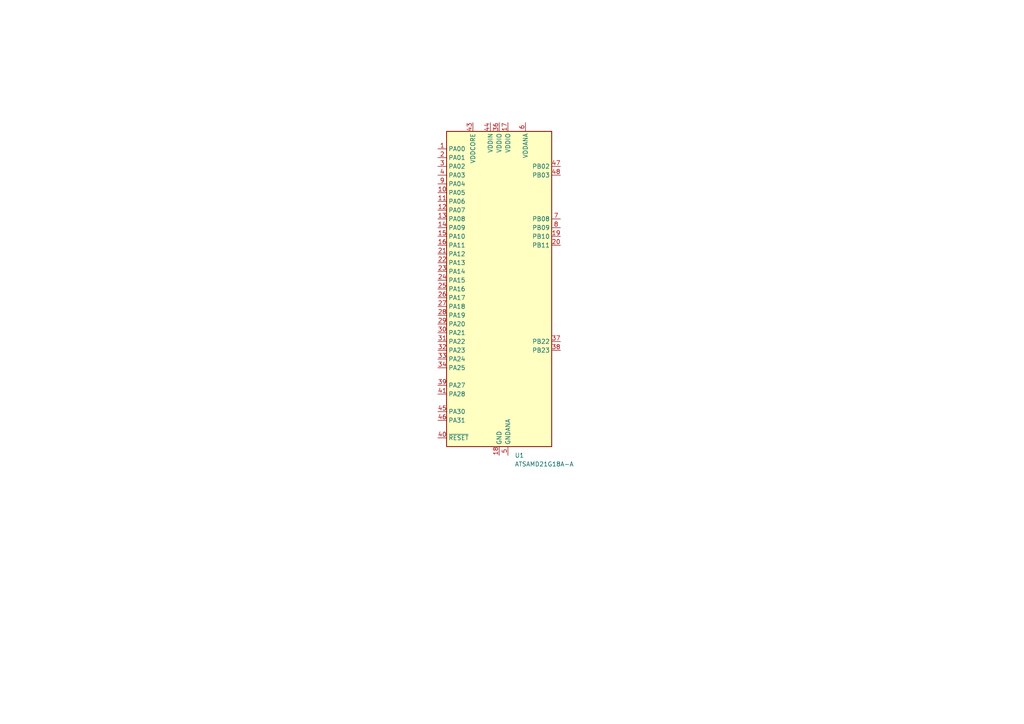
<source format=kicad_sch>
(kicad_sch (version 20230121) (generator eeschema)

  (uuid ef110d8b-8fcf-4e68-8407-a270a2f7664a)

  (paper "A4")

  (lib_symbols
    (symbol "MCU_Microchip_SAMD:ATSAMD21G18A-A" (in_bom yes) (on_board yes)
      (property "Reference" "U" (at -13.97 46.99 0)
        (effects (font (size 1.27 1.27)))
      )
      (property "Value" "ATSAMD21G18A-A" (at 16.51 46.99 0)
        (effects (font (size 1.27 1.27)))
      )
      (property "Footprint" "Package_QFP:TQFP-48_7x7mm_P0.5mm" (at 22.86 -46.99 0)
        (effects (font (size 1.27 1.27)) hide)
      )
      (property "Datasheet" "http://ww1.microchip.com/downloads/en/DeviceDoc/SAM_D21_DA1_Family_Data%20Sheet_DS40001882E.pdf" (at 0 25.4 0)
        (effects (font (size 1.27 1.27)) hide)
      )
      (property "ki_keywords" "32-bit ARM Cortex-M0+ MCU Microcontroller" (at 0 0 0)
        (effects (font (size 1.27 1.27)) hide)
      )
      (property "ki_description" "SAM D21 Microchip SMART ARM-based Flash MCU, 48Mhz, 256K Flash, 32K SRAM, TQFP-48" (at 0 0 0)
        (effects (font (size 1.27 1.27)) hide)
      )
      (property "ki_fp_filters" "TQFP*7x7mm*P0.5mm*" (at 0 0 0)
        (effects (font (size 1.27 1.27)) hide)
      )
      (symbol "ATSAMD21G18A-A_0_1"
        (rectangle (start -15.24 45.72) (end 15.24 -45.72)
          (stroke (width 0.254) (type default))
          (fill (type background))
        )
      )
      (symbol "ATSAMD21G18A-A_1_1"
        (pin bidirectional line (at -17.78 40.64 0) (length 2.54)
          (name "PA00" (effects (font (size 1.27 1.27))))
          (number "1" (effects (font (size 1.27 1.27))))
        )
        (pin bidirectional line (at -17.78 27.94 0) (length 2.54)
          (name "PA05" (effects (font (size 1.27 1.27))))
          (number "10" (effects (font (size 1.27 1.27))))
        )
        (pin bidirectional line (at -17.78 25.4 0) (length 2.54)
          (name "PA06" (effects (font (size 1.27 1.27))))
          (number "11" (effects (font (size 1.27 1.27))))
        )
        (pin bidirectional line (at -17.78 22.86 0) (length 2.54)
          (name "PA07" (effects (font (size 1.27 1.27))))
          (number "12" (effects (font (size 1.27 1.27))))
        )
        (pin bidirectional line (at -17.78 20.32 0) (length 2.54)
          (name "PA08" (effects (font (size 1.27 1.27))))
          (number "13" (effects (font (size 1.27 1.27))))
        )
        (pin bidirectional line (at -17.78 17.78 0) (length 2.54)
          (name "PA09" (effects (font (size 1.27 1.27))))
          (number "14" (effects (font (size 1.27 1.27))))
        )
        (pin bidirectional line (at -17.78 15.24 0) (length 2.54)
          (name "PA10" (effects (font (size 1.27 1.27))))
          (number "15" (effects (font (size 1.27 1.27))))
        )
        (pin bidirectional line (at -17.78 12.7 0) (length 2.54)
          (name "PA11" (effects (font (size 1.27 1.27))))
          (number "16" (effects (font (size 1.27 1.27))))
        )
        (pin power_in line (at 2.54 48.26 270) (length 2.54)
          (name "VDDIO" (effects (font (size 1.27 1.27))))
          (number "17" (effects (font (size 1.27 1.27))))
        )
        (pin power_in line (at 0 -48.26 90) (length 2.54)
          (name "GND" (effects (font (size 1.27 1.27))))
          (number "18" (effects (font (size 1.27 1.27))))
        )
        (pin bidirectional line (at 17.78 15.24 180) (length 2.54)
          (name "PB10" (effects (font (size 1.27 1.27))))
          (number "19" (effects (font (size 1.27 1.27))))
        )
        (pin bidirectional line (at -17.78 38.1 0) (length 2.54)
          (name "PA01" (effects (font (size 1.27 1.27))))
          (number "2" (effects (font (size 1.27 1.27))))
        )
        (pin bidirectional line (at 17.78 12.7 180) (length 2.54)
          (name "PB11" (effects (font (size 1.27 1.27))))
          (number "20" (effects (font (size 1.27 1.27))))
        )
        (pin bidirectional line (at -17.78 10.16 0) (length 2.54)
          (name "PA12" (effects (font (size 1.27 1.27))))
          (number "21" (effects (font (size 1.27 1.27))))
        )
        (pin bidirectional line (at -17.78 7.62 0) (length 2.54)
          (name "PA13" (effects (font (size 1.27 1.27))))
          (number "22" (effects (font (size 1.27 1.27))))
        )
        (pin bidirectional line (at -17.78 5.08 0) (length 2.54)
          (name "PA14" (effects (font (size 1.27 1.27))))
          (number "23" (effects (font (size 1.27 1.27))))
        )
        (pin bidirectional line (at -17.78 2.54 0) (length 2.54)
          (name "PA15" (effects (font (size 1.27 1.27))))
          (number "24" (effects (font (size 1.27 1.27))))
        )
        (pin bidirectional line (at -17.78 0 0) (length 2.54)
          (name "PA16" (effects (font (size 1.27 1.27))))
          (number "25" (effects (font (size 1.27 1.27))))
        )
        (pin bidirectional line (at -17.78 -2.54 0) (length 2.54)
          (name "PA17" (effects (font (size 1.27 1.27))))
          (number "26" (effects (font (size 1.27 1.27))))
        )
        (pin bidirectional line (at -17.78 -5.08 0) (length 2.54)
          (name "PA18" (effects (font (size 1.27 1.27))))
          (number "27" (effects (font (size 1.27 1.27))))
        )
        (pin bidirectional line (at -17.78 -7.62 0) (length 2.54)
          (name "PA19" (effects (font (size 1.27 1.27))))
          (number "28" (effects (font (size 1.27 1.27))))
        )
        (pin bidirectional line (at -17.78 -10.16 0) (length 2.54)
          (name "PA20" (effects (font (size 1.27 1.27))))
          (number "29" (effects (font (size 1.27 1.27))))
        )
        (pin bidirectional line (at -17.78 35.56 0) (length 2.54)
          (name "PA02" (effects (font (size 1.27 1.27))))
          (number "3" (effects (font (size 1.27 1.27))))
        )
        (pin bidirectional line (at -17.78 -12.7 0) (length 2.54)
          (name "PA21" (effects (font (size 1.27 1.27))))
          (number "30" (effects (font (size 1.27 1.27))))
        )
        (pin bidirectional line (at -17.78 -15.24 0) (length 2.54)
          (name "PA22" (effects (font (size 1.27 1.27))))
          (number "31" (effects (font (size 1.27 1.27))))
        )
        (pin bidirectional line (at -17.78 -17.78 0) (length 2.54)
          (name "PA23" (effects (font (size 1.27 1.27))))
          (number "32" (effects (font (size 1.27 1.27))))
        )
        (pin bidirectional line (at -17.78 -20.32 0) (length 2.54)
          (name "PA24" (effects (font (size 1.27 1.27))))
          (number "33" (effects (font (size 1.27 1.27))))
        )
        (pin bidirectional line (at -17.78 -22.86 0) (length 2.54)
          (name "PA25" (effects (font (size 1.27 1.27))))
          (number "34" (effects (font (size 1.27 1.27))))
        )
        (pin passive line (at 0 -48.26 90) (length 2.54) hide
          (name "GND" (effects (font (size 1.27 1.27))))
          (number "35" (effects (font (size 1.27 1.27))))
        )
        (pin power_in line (at 0 48.26 270) (length 2.54)
          (name "VDDIO" (effects (font (size 1.27 1.27))))
          (number "36" (effects (font (size 1.27 1.27))))
        )
        (pin bidirectional line (at 17.78 -15.24 180) (length 2.54)
          (name "PB22" (effects (font (size 1.27 1.27))))
          (number "37" (effects (font (size 1.27 1.27))))
        )
        (pin bidirectional line (at 17.78 -17.78 180) (length 2.54)
          (name "PB23" (effects (font (size 1.27 1.27))))
          (number "38" (effects (font (size 1.27 1.27))))
        )
        (pin bidirectional line (at -17.78 -27.94 0) (length 2.54)
          (name "PA27" (effects (font (size 1.27 1.27))))
          (number "39" (effects (font (size 1.27 1.27))))
        )
        (pin bidirectional line (at -17.78 33.02 0) (length 2.54)
          (name "PA03" (effects (font (size 1.27 1.27))))
          (number "4" (effects (font (size 1.27 1.27))))
        )
        (pin input line (at -17.78 -43.18 0) (length 2.54)
          (name "~{RESET}" (effects (font (size 1.27 1.27))))
          (number "40" (effects (font (size 1.27 1.27))))
        )
        (pin bidirectional line (at -17.78 -30.48 0) (length 2.54)
          (name "PA28" (effects (font (size 1.27 1.27))))
          (number "41" (effects (font (size 1.27 1.27))))
        )
        (pin passive line (at 0 -48.26 90) (length 2.54) hide
          (name "GND" (effects (font (size 1.27 1.27))))
          (number "42" (effects (font (size 1.27 1.27))))
        )
        (pin power_out line (at -7.62 48.26 270) (length 2.54)
          (name "VDDCORE" (effects (font (size 1.27 1.27))))
          (number "43" (effects (font (size 1.27 1.27))))
        )
        (pin power_in line (at -2.54 48.26 270) (length 2.54)
          (name "VDDIN" (effects (font (size 1.27 1.27))))
          (number "44" (effects (font (size 1.27 1.27))))
        )
        (pin bidirectional line (at -17.78 -35.56 0) (length 2.54)
          (name "PA30" (effects (font (size 1.27 1.27))))
          (number "45" (effects (font (size 1.27 1.27))))
        )
        (pin bidirectional line (at -17.78 -38.1 0) (length 2.54)
          (name "PA31" (effects (font (size 1.27 1.27))))
          (number "46" (effects (font (size 1.27 1.27))))
        )
        (pin bidirectional line (at 17.78 35.56 180) (length 2.54)
          (name "PB02" (effects (font (size 1.27 1.27))))
          (number "47" (effects (font (size 1.27 1.27))))
        )
        (pin bidirectional line (at 17.78 33.02 180) (length 2.54)
          (name "PB03" (effects (font (size 1.27 1.27))))
          (number "48" (effects (font (size 1.27 1.27))))
        )
        (pin power_in line (at 2.54 -48.26 90) (length 2.54)
          (name "GNDANA" (effects (font (size 1.27 1.27))))
          (number "5" (effects (font (size 1.27 1.27))))
        )
        (pin power_in line (at 7.62 48.26 270) (length 2.54)
          (name "VDDANA" (effects (font (size 1.27 1.27))))
          (number "6" (effects (font (size 1.27 1.27))))
        )
        (pin bidirectional line (at 17.78 20.32 180) (length 2.54)
          (name "PB08" (effects (font (size 1.27 1.27))))
          (number "7" (effects (font (size 1.27 1.27))))
        )
        (pin bidirectional line (at 17.78 17.78 180) (length 2.54)
          (name "PB09" (effects (font (size 1.27 1.27))))
          (number "8" (effects (font (size 1.27 1.27))))
        )
        (pin bidirectional line (at -17.78 30.48 0) (length 2.54)
          (name "PA04" (effects (font (size 1.27 1.27))))
          (number "9" (effects (font (size 1.27 1.27))))
        )
      )
    )
  )


  (symbol (lib_id "MCU_Microchip_SAMD:ATSAMD21G18A-A") (at 144.78 83.82 0) (unit 1)
    (in_bom yes) (on_board yes) (dnp no) (fields_autoplaced)
    (uuid f8a85cb0-9cef-4357-a58a-817169008160)
    (property "Reference" "U1" (at 149.2759 132.08 0)
      (effects (font (size 1.27 1.27)) (justify left))
    )
    (property "Value" "ATSAMD21G18A-A" (at 149.2759 134.62 0)
      (effects (font (size 1.27 1.27)) (justify left))
    )
    (property "Footprint" "Package_QFP:TQFP-48_7x7mm_P0.5mm" (at 167.64 130.81 0)
      (effects (font (size 1.27 1.27)) hide)
    )
    (property "Datasheet" "http://ww1.microchip.com/downloads/en/DeviceDoc/SAM_D21_DA1_Family_Data%20Sheet_DS40001882E.pdf" (at 144.78 58.42 0)
      (effects (font (size 1.27 1.27)) hide)
    )
    (pin "1" (uuid d25dc069-5ce1-439e-9ed5-6d75c23246c8))
    (pin "10" (uuid 4c04e08b-f45b-4237-a1db-c966d2ab5090))
    (pin "11" (uuid 193a6097-336e-413c-bdd5-61af2c1138f2))
    (pin "12" (uuid c1838110-2029-496a-8e7b-d570978f2c1d))
    (pin "13" (uuid ff9a8bd0-539f-4d80-ad06-9e81f7916dd2))
    (pin "14" (uuid 8d47b828-edb5-411f-8623-7d879cf1183d))
    (pin "15" (uuid c838bc0a-e767-4d3c-9947-df651c4512de))
    (pin "16" (uuid b52d4398-a8fa-4d9e-b11f-339589ed79cb))
    (pin "17" (uuid 7bfbdb6b-ef94-499c-8e2e-a8c7dccf66a8))
    (pin "18" (uuid 1d594159-c735-48ec-b366-9a04fcef2348))
    (pin "19" (uuid e547a756-2610-460c-90c5-53e67a80d687))
    (pin "2" (uuid d4ba26e4-c275-40c3-92ce-5cc4a9e189e9))
    (pin "20" (uuid 9417576c-90ee-4ed7-8364-3ee2591259b1))
    (pin "21" (uuid d3fae7c7-cd18-4a8d-8b9b-35f3359a1cc5))
    (pin "22" (uuid 3b600675-284b-41fb-8a31-625beda382a8))
    (pin "23" (uuid cf9cf97c-6e81-43d9-92b5-6eb0222a7360))
    (pin "24" (uuid cd885528-a3e8-4d05-a270-3ba5d5db2c25))
    (pin "25" (uuid 6cce82d5-2315-4783-b371-95b3b0b5d494))
    (pin "26" (uuid 4fae0b8f-20c9-4d45-bdb5-044e5264bd4f))
    (pin "27" (uuid c435dacf-033b-48ac-89ab-528e69af4c58))
    (pin "28" (uuid eea2e049-ce53-4358-959f-1d1cfe815947))
    (pin "29" (uuid c13c0a80-395f-42f9-b3ad-5751b4222a2d))
    (pin "3" (uuid e940e8c1-293b-4904-a68a-6658c5ab216b))
    (pin "30" (uuid 482a3a97-048b-492f-bbaa-9790c559e9f6))
    (pin "31" (uuid d41591a4-8f37-4e31-bf19-a9d92b7a19fc))
    (pin "32" (uuid dafb8bf1-abc3-421b-8cf8-c822a4673152))
    (pin "33" (uuid a3d2481e-161f-4224-9912-5503b28d389c))
    (pin "34" (uuid 09555993-da7f-4ba5-8ba9-06e45f9c4445))
    (pin "35" (uuid 8bf2cfa1-c3f1-4da3-9302-24f3e4e10d90))
    (pin "36" (uuid d6929b8e-399a-4088-9393-3e24f33b82e8))
    (pin "37" (uuid 85ce580d-6a9c-4435-adac-45f76845aec8))
    (pin "38" (uuid 7454041f-390c-48dc-830f-77b80eff8eac))
    (pin "39" (uuid 4e56a4b7-ed30-4c0c-8102-08849d6e4006))
    (pin "4" (uuid 77cd0d9c-8ab5-4609-901c-8db4f391731a))
    (pin "40" (uuid 78a518eb-977b-4dce-ae38-8068ec0a5b5c))
    (pin "41" (uuid e8d3dc77-5ba4-4009-a4b2-3fc11e9351ce))
    (pin "42" (uuid e0cd8a36-730e-4103-957c-67f2a7724664))
    (pin "43" (uuid 50de4fbd-282d-4c39-8a0a-d0ca214e480b))
    (pin "44" (uuid f904db01-f681-4acb-854f-fed18c021b01))
    (pin "45" (uuid 0ebc9bc3-1196-4839-bb28-5527e0cef666))
    (pin "46" (uuid 872e1ec9-413b-428c-a95c-8fc32991a866))
    (pin "47" (uuid 539f436b-6b4f-489c-8ac1-3f3252ed4229))
    (pin "48" (uuid 17ed8e08-1346-4f23-97b2-d61adf8bfc35))
    (pin "5" (uuid df568ccb-c2ec-47cb-b43f-8bcf848f58c7))
    (pin "6" (uuid 18876e68-9f61-4dd3-b723-181489981558))
    (pin "7" (uuid b569e0c0-a77d-4d1d-ac30-c12a83f3c4ca))
    (pin "8" (uuid bae603f9-7279-42c8-b7f6-9979b787a3d5))
    (pin "9" (uuid 1fe2267b-43a9-4dc4-9243-ffde7af539be))
    (instances
      (project "PDN"
        (path "/ef110d8b-8fcf-4e68-8407-a270a2f7664a"
          (reference "U1") (unit 1)
        )
      )
    )
  )

  (sheet_instances
    (path "/" (page "1"))
  )
)

</source>
